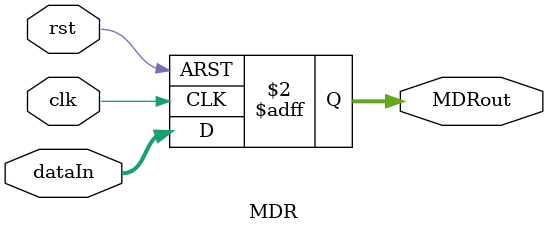
<source format=v>
`timescale 1ns/1ns
module MDR(input clk, rst, input [31:0] dataIn, output reg [31:0] MDRout);
  always@(posedge clk, posedge rst) begin
    if(rst)
      MDRout <= 32'b0;
    else if(clk)
      MDRout <= dataIn;
  end
endmodule


</source>
